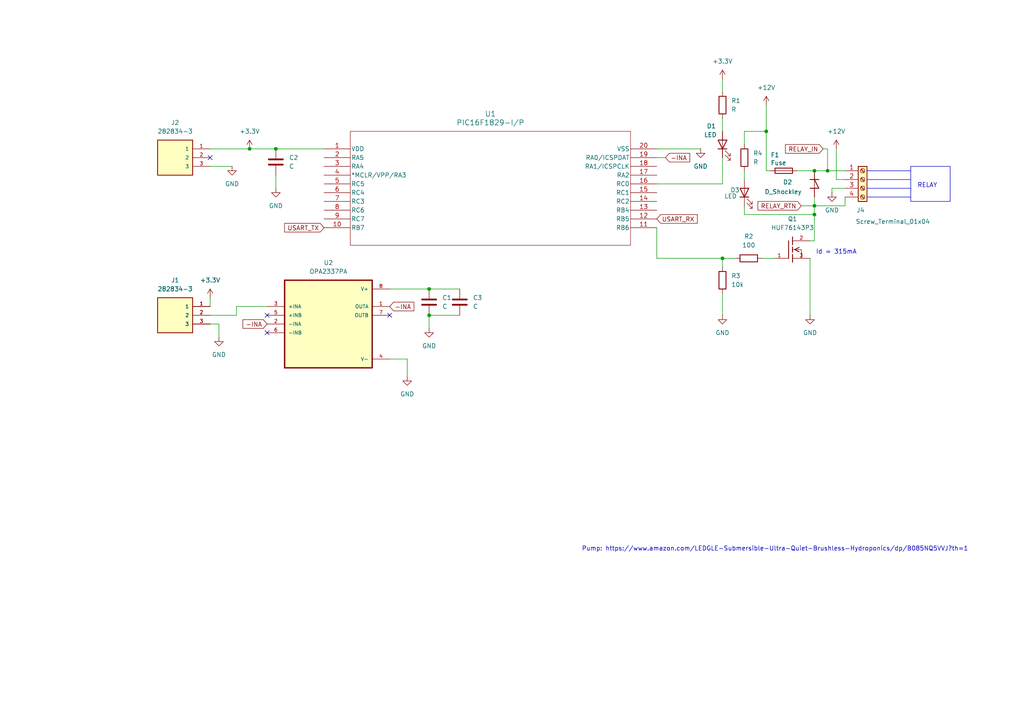
<source format=kicad_sch>
(kicad_sch (version 20250114) (generator "eeschema") (generator_version "9.0")
  (paper "A4")
  (title_block (title "Solo Plant"))
  (lib_symbols
    (symbol "Connector:Screw_Terminal_01x04" (pin_names (offset 1.016) (hide yes))
      (property "Reference" "J" (at 0 5.08 0))
      (property "Value" "Screw_Terminal_01x04" (at 0 -7.62 0))
      (symbol "Screw_Terminal_01x04_1_1"
        (rectangle (start -1.27 3.81) (end 1.27 -6.35) (stroke (width 0.254)) (fill (type background)))
        (polyline (pts (xy -0.5334 2.8702) (xy 0.3302 2.032)) (stroke (width 0.1524)))
        (polyline (pts (xy -0.5334 0.3302) (xy 0.3302 -0.508)) (stroke (width 0.1524)))
        (polyline (pts (xy -0.5334 -2.2098) (xy 0.3302 -3.048)) (stroke (width 0.1524)))
        (polyline (pts (xy -0.5334 -4.7498) (xy 0.3302 -5.588)) (stroke (width 0.1524)))
        (polyline (pts (xy -0.3556 3.048) (xy 0.508 2.2098)) (stroke (width 0.1524)))
        (polyline (pts (xy -0.3556 0.508) (xy 0.508 -0.3302)) (stroke (width 0.1524)))
        (polyline (pts (xy -0.3556 -2.032) (xy 0.508 -2.8702)) (stroke (width 0.1524)))
        (polyline (pts (xy -0.3556 -4.572) (xy 0.508 -5.4102)) (stroke (width 0.1524)))
        (circle (center 0 2.54) (radius 0.635) (stroke (width 0.1524)))
        (circle (center 0 0) (radius 0.635) (stroke (width 0.1524)))
        (circle (center 0 -2.54) (radius 0.635) (stroke (width 0.1524)))
        (circle (center 0 -5.08) (radius 0.635) (stroke (width 0.1524)))
        (pin passive line (at -5.08 2.54 0) (length 3.81) (name "Pin_1") (number "1"))
        (pin passive line (at -5.08 0 0) (length 3.81) (name "Pin_2") (number "2"))
        (pin passive line (at -5.08 -2.54 0) (length 3.81) (name "Pin_3") (number "3"))
        (pin passive line (at -5.08 -5.08 0) (length 3.81) (name "Pin_4") (number "4"))
      )
    )
    (symbol "Device:C" (pin_numbers (hide yes)) (pin_names (offset 0.254))
      (property "Reference" "C" (at 0.635 2.54 0))
      (property "Value" "C" (at 0.635 -2.54 0))
      (symbol "C_0_1"
        (polyline (pts (xy -2.032 0.762) (xy 2.032 0.762)) (stroke (width 0.508)))
        (polyline (pts (xy -2.032 -0.762) (xy 2.032 -0.762)) (stroke (width 0.508)))
      )
      (symbol "C_1_1"
        (pin passive line (at 0 3.81 270) (length 2.794) (name "~") (number "1"))
        (pin passive line (at 0 -3.81 90) (length 2.794) (name "~") (number "2"))
      )
    )
    (symbol "Device:D_Shockley" (pin_numbers (hide yes)) (pin_names (offset 1.016) (hide yes))
      (property "Reference" "D" (at 0 2.54 0))
      (property "Value" "D_Shockley" (at 0 -2.54 0))
      (symbol "D_Shockley_0_1"
        (polyline (pts (xy -1.27 1.27) (xy -1.27 -1.27)) (stroke (width 0.254)))
        (polyline (pts (xy -1.27 0) (xy 1.27 0)))
        (polyline (pts (xy -1.27 0) (xy 1.27 1.27) (xy 1.27 -1.27)) (stroke (width 0.254)))
      )
      (symbol "D_Shockley_1_1"
        (pin passive line (at -3.81 0 0) (length 2.54) (name "K") (number "1"))
        (pin passive line (at 3.81 0 180) (length 2.54) (name "A") (number "2"))
      )
    )
    (symbol "Device:Fuse" (pin_numbers (hide yes)) (pin_names (offset 0))
      (property "Reference" "F" (at 2.032 0 90))
      (property "Value" "Fuse" (at -1.905 0 90))
      (symbol "Fuse_0_1"
        (rectangle (start -0.762 -2.54) (end 0.762 2.54) (stroke (width 0.254)))
        (polyline (pts (xy 0 2.54) (xy 0 -2.54)))
      )
      (symbol "Fuse_1_1"
        (pin passive line (at 0 3.81 270) (length 1.27) (name "~") (number "1"))
        (pin passive line (at 0 -3.81 90) (length 1.27) (name "~") (number "2"))
      )
    )
    (symbol "Device:LED" (pin_numbers (hide yes)) (pin_names (offset 1.016) (hide yes))
      (property "Reference" "D" (at 0 2.54 0))
      (property "Value" "LED" (at 0 -2.54 0))
      (symbol "LED_0_1"
        (polyline (pts (xy -3.048 -0.762) (xy -4.572 -2.286) (xy -3.81 -2.286) (xy -4.572 -2.286) (xy -4.572 -1.524)))
        (polyline (pts (xy -1.778 -0.762) (xy -3.302 -2.286) (xy -2.54 -2.286) (xy -3.302 -2.286) (xy -3.302 -1.524)))
        (polyline (pts (xy -1.27 0) (xy 1.27 0)))
        (polyline (pts (xy -1.27 -1.27) (xy -1.27 1.27)) (stroke (width 0.254)))
        (polyline (pts (xy 1.27 -1.27) (xy 1.27 1.27) (xy -1.27 0) (xy 1.27 -1.27)) (stroke (width 0.254)))
      )
      (symbol "LED_1_1"
        (pin passive line (at -3.81 0 0) (length 2.54) (name "K") (number "1"))
        (pin passive line (at 3.81 0 180) (length 2.54) (name "A") (number "2"))
      )
    )
    (symbol "Device:R" (pin_numbers (hide yes)) (pin_names (offset 0))
      (property "Reference" "R" (at 2.032 0 90))
      (property "Value" "R" (at 0 0 90))
      (symbol "R_0_1"
        (rectangle (start -1.016 -2.54) (end 1.016 2.54) (stroke (width 0.254)))
      )
      (symbol "R_1_1"
        (pin passive line (at 0 3.81 270) (length 1.27) (name "~") (number "1"))
        (pin passive line (at 0 -3.81 90) (length 1.27) (name "~") (number "2"))
      )
    )
    (symbol "HUF76143P3:HUF76143P3" (pin_names (offset 1.016))
      (property "Reference" "Q" (at -12.192 3.81 0))
      (property "Value" "HUF76143P3" (at -14.986 1.016 0))
      (symbol "HUF76143P3_0_0"
        (polyline (pts (xy -2.54 -2.54) (xy -1.2192 -2.54)) (stroke (width 0.1524)))
        (polyline (pts (xy -1.143 2.54) (xy -1.143 -2.54)) (stroke (width 0.254)))
        (polyline (pts (xy 0 3.683) (xy 0 1.397)) (stroke (width 0.254)))
        (polyline (pts (xy 0 0.762) (xy 0 0)) (stroke (width 0.254)))
        (polyline (pts (xy 0 0) (xy 0 -0.762)) (stroke (width 0.254)))
        (polyline (pts (xy 0 0) (xy 0.635 0)) (stroke (width 0.1524)))
        (polyline (pts (xy 0 -1.397) (xy 0 -3.683)) (stroke (width 0.254)))
        (polyline (pts (xy 0.635 0) (xy 2.54 0)) (stroke (width 0.1524)))
        (polyline (pts (xy 1.905 0.635) (xy 0.635 0)) (stroke (width 0.254)))
        (polyline (pts (xy 1.905 -0.635) (xy 0.635 0)) (stroke (width 0.254)))
        (polyline (pts (xy 2.54 0) (xy 2.54 -2.54)) (stroke (width 0.1524)))
        (pin passive line (at -5.08 -2.54 0) (length 2.54) (name "~") (number "1"))
        (pin passive line (at 5.08 2.54 180) (length 5.08) (name "~") (number "2"))
        (pin passive line (at 5.08 -2.54 180) (length 5.08) (name "~") (number "3"))
      )
    )
    (symbol "OPA2337PA:OPA2337PA" (pin_names (offset 1.016))
      (property "Reference" "U" (at -12.7 13.7 0))
      (property "Value" "OPA2337PA" (at -12.7 -16.7 0))
      (symbol "OPA2337PA_0_0"
        (rectangle (start -12.7 -12.7) (end 12.7 12.7) (stroke (width 0.41)) (fill (type background)))
        (pin input line (at -17.78 5.08 0) (length 5.08) (name "+INA") (number "3"))
        (pin input line (at -17.78 2.54 0) (length 5.08) (name "+INB") (number "5"))
        (pin input line (at -17.78 0 0) (length 5.08) (name "-INA") (number "2"))
        (pin input line (at -17.78 -2.54 0) (length 5.08) (name "-INB") (number "6"))
        (pin power_in line (at 17.78 10.16 180) (length 5.08) (name "V+") (number "8"))
        (pin output line (at 17.78 5.08 180) (length 5.08) (name "OUTA") (number "1"))
        (pin output line (at 17.78 2.54 180) (length 5.08) (name "OUTB") (number "7"))
        (pin power_in line (at 17.78 -10.16 180) (length 5.08) (name "V-") (number "4"))
      )
    )
    (symbol "TERM BLK 3P SIDE ENT 2_54MM:282834-3" (pin_names (offset 1.016))
      (property "Reference" "J" (at -7.62 5.842 0))
      (property "Value" "282834-3" (at -7.62 -7.62 0))
      (symbol "282834-3_0_0"
        (rectangle (start -7.62 -5.08) (end 2.54 5.08) (stroke (width 0.254)) (fill (type background)))
        (pin passive line (at 7.62 2.54 180) (length 5.08) (name "1") (number "1"))
        (pin passive line (at 7.62 0 180) (length 5.08) (name "2") (number "2"))
        (pin passive line (at 7.62 -2.54 180) (length 5.08) (name "3") (number "3"))
      )
    )
    (symbol "pic16f1829:PIC16F1829-I_P" (pin_names (offset 0.254))
      (property "Reference" "U" (at 48.26 10.16 0))
      (property "Value" "PIC16F1829-I/P" (at 48.26 7.62 0))
      (symbol "PIC16F1829-I_P_0_1"
        (polyline (pts (xy 7.62 5.08) (xy 7.62 -27.94)) (stroke (width 0.127)))
        (polyline (pts (xy 7.62 -27.94) (xy 88.9 -27.94)) (stroke (width 0.127)))
        (polyline (pts (xy 88.9 5.08) (xy 7.62 5.08)) (stroke (width 0.127)))
        (polyline (pts (xy 88.9 -27.94) (xy 88.9 5.08)) (stroke (width 0.127)))
        (pin power_in line (at 0 0 0) (length 7.62) (name "VDD") (number "1"))
        (pin bidirectional line (at 0 -2.54 0) (length 7.62) (name "RA5") (number "2"))
        (pin bidirectional line (at 0 -5.08 0) (length 7.62) (name "RA4") (number "3"))
        (pin bidirectional line (at 0 -7.62 0) (length 7.62) (name "*MCLR/VPP/RA3") (number "4"))
        (pin bidirectional line (at 0 -10.16 0) (length 7.62) (name "RC5") (number "5"))
        (pin bidirectional line (at 0 -12.7 0) (length 7.62) (name "RC4") (number "6"))
        (pin bidirectional line (at 0 -15.24 0) (length 7.62) (name "RC3") (number "7"))
        (pin bidirectional line (at 0 -17.78 0) (length 7.62) (name "RC6") (number "8"))
        (pin bidirectional line (at 0 -20.32 0) (length 7.62) (name "RC7") (number "9"))
        (pin bidirectional line (at 0 -22.86 0) (length 7.62) (name "RB7") (number "10"))
        (pin power_in line (at 96.52 0 180) (length 7.62) (name "VSS") (number "20"))
        (pin bidirectional line (at 96.52 -2.54 180) (length 7.62) (name "RA0/ICSPDAT") (number "19"))
        (pin bidirectional line (at 96.52 -5.08 180) (length 7.62) (name "RA1/ICSPCLK") (number "18"))
        (pin bidirectional line (at 96.52 -7.62 180) (length 7.62) (name "RA2") (number "17"))
        (pin bidirectional line (at 96.52 -10.16 180) (length 7.62) (name "RC0") (number "16"))
        (pin bidirectional line (at 96.52 -12.7 180) (length 7.62) (name "RC1") (number "15"))
        (pin bidirectional line (at 96.52 -15.24 180) (length 7.62) (name "RC2") (number "14"))
        (pin bidirectional line (at 96.52 -17.78 180) (length 7.62) (name "RB4") (number "13"))
        (pin bidirectional line (at 96.52 -20.32 180) (length 7.62) (name "RB5") (number "12"))
        (pin bidirectional line (at 96.52 -22.86 180) (length 7.62) (name "RB6") (number "11"))
      )
    )
    (symbol "power:+12V" (power) (pin_numbers (hide yes)) (pin_names (offset 0) (hide yes))
      (property "Value" "+12V" (at 0 3.556 0))
      (symbol "+12V_0_1"
        (polyline (pts (xy -0.762 1.27) (xy 0 2.54)))
        (polyline (pts (xy 0 2.54) (xy 0.762 1.27)))
        (polyline (pts (xy 0 0) (xy 0 2.54)))
      )
      (symbol "+12V_1_1"
        (pin power_in line (at 0 0 90) (length 0) (name "~") (number "1"))
      )
    )
    (symbol "power:+3.3V" (power) (pin_numbers (hide yes)) (pin_names (offset 0) (hide yes))
      (property "Value" "+3.3V" (at 0 3.556 0))
      (symbol "+3.3V_0_1"
        (polyline (pts (xy -0.762 1.27) (xy 0 2.54)))
        (polyline (pts (xy 0 2.54) (xy 0.762 1.27)))
        (polyline (pts (xy 0 0) (xy 0 2.54)))
      )
      (symbol "+3.3V_1_1"
        (pin power_in line (at 0 0 90) (length 0) (name "~") (number "1"))
      )
    )
    (symbol "power:GND" (power) (pin_numbers (hide yes)) (pin_names (offset 0) (hide yes))
      (property "Value" "GND" (at 0 -3.81 0))
      (symbol "GND_0_1"
        (polyline (pts (xy 0 0) (xy 0 -1.27) (xy 1.27 -1.27) (xy 0 -2.54) (xy -1.27 -1.27) (xy 0 -1.27)))
      )
      (symbol "GND_1_1"
        (pin power_in line (at 0 0 270) (length 0) (name "~") (number "1"))
      )
    )
  )
  (rectangle (start 264.16 48.26) (end 275.59 58.42))
  (text "RELAY" (at 268.986 53.848 0) (effects (font (size 1.27 1.27))))
  (text "Pump: https://www.amazon.com/LEDGLE-Submersible-Ultra-Quiet-Brushless-Hydroponics/dp/B085NQ5VVJ?th=1" (at 224.79 159.258 0) (effects (font (size 1.27 1.27))))
  (text "Id = 315mA" (at 242.57 73.152 0) (effects (font (size 1.27 1.27))))
  (junction (at 124.46 83.82))
  (junction (at 222.25 38.1))
  (junction (at 80.01 43.18))
  (junction (at 124.46 91.44))
  (junction (at 240.03 49.53))
  (junction (at 236.22 62.23))
  (junction (at 209.55 74.93))
  (junction (at 236.22 49.53))
  (junction (at 72.39 43.18))
  (junction (at 236.22 59.69))
  (no_connect (at 77.47 96.52))
  (no_connect (at 113.03 91.44))
  (no_connect (at 60.96 45.72))
  (no_connect (at 77.47 91.44))
  (wire (pts (xy 118.11 104.14) (xy 113.03 104.14)))
  (wire (pts (xy 209.55 45.72) (xy 209.55 53.34)))
  (polyline (pts (xy 251.46 52.07) (xy 264.16 52.07)))
  (wire (pts (xy 60.96 86.36) (xy 60.96 88.9)))
  (wire (pts (xy 209.55 34.29) (xy 209.55 38.1)))
  (wire (pts (xy 60.96 48.26) (xy 67.31 48.26)))
  (wire (pts (xy 215.9 38.1) (xy 222.25 38.1)))
  (wire (pts (xy 241.3 54.61) (xy 245.11 54.61)))
  (wire (pts (xy 220.98 74.93) (xy 224.79 74.93)))
  (polyline (pts (xy 251.46 49.53) (xy 264.16 49.53)))
  (wire (pts (xy 215.9 62.23) (xy 236.22 62.23)))
  (wire (pts (xy 209.55 26.67) (xy 209.55 22.86)))
  (wire (pts (xy 238.76 43.18) (xy 240.03 43.18)))
  (wire (pts (xy 236.22 69.85) (xy 234.95 69.85)))
  (wire (pts (xy 232.41 59.69) (xy 236.22 59.69)))
  (wire (pts (xy 240.03 43.18) (xy 240.03 49.53)))
  (polyline (pts (xy 251.46 54.61) (xy 264.16 54.61)))
  (wire (pts (xy 209.55 74.93) (xy 213.36 74.93)))
  (wire (pts (xy 60.96 93.98) (xy 63.5 93.98)))
  (wire (pts (xy 124.46 91.44) (xy 124.46 95.25)))
  (wire (pts (xy 215.9 59.69) (xy 215.9 62.23)))
  (polyline (pts (xy 251.46 57.15) (xy 264.16 57.15)))
  (wire (pts (xy 215.9 49.53) (xy 215.9 52.07)))
  (wire (pts (xy 190.5 45.72) (xy 193.04 45.72)))
  (wire (pts (xy 236.22 59.69) (xy 245.11 59.69)))
  (wire (pts (xy 240.03 49.53) (xy 245.11 49.53)))
  (wire (pts (xy 124.46 83.82) (xy 133.35 83.82)))
  (wire (pts (xy 68.58 91.44) (xy 68.58 88.9)))
  (wire (pts (xy 245.11 59.69) (xy 245.11 57.15)))
  (wire (pts (xy 242.57 43.18) (xy 242.57 52.07)))
  (wire (pts (xy 222.25 38.1) (xy 222.25 49.53)))
  (wire (pts (xy 72.39 43.18) (xy 80.01 43.18)))
  (wire (pts (xy 124.46 91.44) (xy 133.35 91.44)))
  (wire (pts (xy 236.22 59.69) (xy 236.22 57.15)))
  (wire (pts (xy 231.14 49.53) (xy 236.22 49.53)))
  (wire (pts (xy 190.5 74.93) (xy 209.55 74.93)))
  (polyline (pts (xy 264.16 54.61) (xy 264.16 55.88)))
  (wire (pts (xy 222.25 49.53) (xy 223.52 49.53)))
  (wire (pts (xy 113.03 83.82) (xy 124.46 83.82)))
  (wire (pts (xy 236.22 69.85) (xy 236.22 62.23)))
  (wire (pts (xy 68.58 88.9) (xy 77.47 88.9)))
  (wire (pts (xy 236.22 49.53) (xy 240.03 49.53)))
  (wire (pts (xy 80.01 43.18) (xy 93.98 43.18)))
  (wire (pts (xy 63.5 93.98) (xy 63.5 97.79)))
  (wire (pts (xy 60.96 43.18) (xy 72.39 43.18)))
  (wire (pts (xy 242.57 52.07) (xy 245.11 52.07)))
  (wire (pts (xy 190.5 53.34) (xy 209.55 53.34)))
  (wire (pts (xy 215.9 41.91) (xy 215.9 38.1)))
  (wire (pts (xy 118.11 109.22) (xy 118.11 104.14)))
  (wire (pts (xy 209.55 77.47) (xy 209.55 74.93)))
  (wire (pts (xy 234.95 74.93) (xy 234.95 91.44)))
  (wire (pts (xy 80.01 50.8) (xy 80.01 54.61)))
  (wire (pts (xy 222.25 30.48) (xy 222.25 38.1)))
  (wire (pts (xy 209.55 85.09) (xy 209.55 91.44)))
  (wire (pts (xy 241.3 55.88) (xy 241.3 54.61)))
  (wire (pts (xy 236.22 62.23) (xy 236.22 59.69)))
  (wire (pts (xy 60.96 91.44) (xy 68.58 91.44)))
  (wire (pts (xy 203.2 43.18) (xy 190.5 43.18)))
  (wire (pts (xy 190.5 66.04) (xy 190.5 74.93)))
  (global_label "-INA" (shape input) (at 77.47 93.98 180) (property "Intersheetrefs" "${INTERSHEET_REFS}" (effects (hide yes))))
  (global_label "USART_TX" (shape input) (at 93.98 66.04 180) (property "Intersheetrefs" "${INTERSHEET_REFS}" (effects (hide yes))))
  (global_label "RELAY_RTN" (shape input) (at 232.41 59.69 180) (property "Intersheetrefs" "${INTERSHEET_REFS}" (effects (hide yes))))
  (global_label "-INA" (shape input) (at 193.04 45.72 0) (property "Intersheetrefs" "${INTERSHEET_REFS}" (effects (hide yes))))
  (global_label "-INA" (shape input) (at 113.03 88.9 0) (property "Intersheetrefs" "${INTERSHEET_REFS}" (effects (hide yes))))
  (global_label "USART_RX" (shape input) (at 190.5 63.5 0) (property "Intersheetrefs" "${INTERSHEET_REFS}" (effects (hide yes))))
  (global_label "RELAY_IN" (shape input) (at 238.76 43.18 180) (property "Intersheetrefs" "${INTERSHEET_REFS}" (effects (hide yes))))
  (symbol (lib_id "power:GND") (at 234.95 91.44 0) (unit 1)
    (property "Reference" "#PWR011" (effects (hide yes)))
    (property "Value" "GND" (at 234.95 96.52 0))
    (property "Description" "Power symbol creates a global label with name \"GND\" , ground" (effects (hide yes)))
  )
  (symbol (lib_id "Device:C") (at 133.35 87.63 0) (unit 1)
    (property "Reference" "C3" (at 137.16 86.3599 0) (effects (justify left)))
    (property "Value" "C" (at 137.16 88.8999 0) (effects (justify left)))
    (property "Description" "Unpolarized capacitor" (effects (hide yes)))
  )
  (symbol (lib_id "power:GND") (at 67.31 48.26 0) (unit 1)
    (property "Reference" "#PWR05" (effects (hide yes)))
    (property "Value" "GND" (at 67.31 53.34 0))
    (property "Description" "Power symbol creates a global label with name \"GND\" , ground" (effects (hide yes)))
  )
  (symbol (lib_id "Connector:Screw_Terminal_01x04") (at 250.19 52.07 0) (unit 1)
    (property "Reference" "J4" (at 248.412 60.96 0) (effects (justify left)))
    (property "Value" "Screw_Terminal_01x04" (at 248.158 64.262 0) (effects (justify left)))
    (property "Description" "Generic screw terminal, single row, 01x04, script generated (kicad-library-utils/schlib/autogen/connector/)" (effects (hide yes)))
  )
  (symbol (lib_id "Device:R") (at 209.55 30.48 0) (unit 1)
    (property "Reference" "R1" (at 212.09 29.2099 0) (effects (justify left)))
    (property "Value" "R" (at 212.09 31.7499 0) (effects (justify left)))
    (property "Description" "Resistor" (effects (hide yes)))
  )
  (symbol (lib_id "HUF76143P3:HUF76143P3") (at 229.87 72.39 0) (unit 1)
    (property "Reference" "Q1" (at 229.87 63.5 0))
    (property "Value" "HUF76143P3" (at 229.87 66.04 0))
    (property "Footprint" "HUF76143P3:HUF76143P3" (effects (hide yes)))
    (property "Description_1" "MOSFET TO-220-3 N-CH 30V 75A" (effects (hide yes)))
    (property "MP" "HUF76143P3" (effects (hide yes)))
  )
  (symbol (lib_id "power:GND") (at 241.3 55.88 0) (unit 1)
    (property "Reference" "#PWR013" (effects (hide yes)))
    (property "Value" "GND" (at 241.3 60.96 0))
    (property "Description" "Power symbol creates a global label with name \"GND\" , ground" (effects (hide yes)))
  )
  (symbol (lib_id "power:GND") (at 80.01 54.61 0) (unit 1)
    (property "Reference" "#PWR04" (effects (hide yes)))
    (property "Value" "GND" (at 80.01 59.69 0))
    (property "Description" "Power symbol creates a global label with name \"GND\" , ground" (effects (hide yes)))
  )
  (symbol (lib_id "power:GND") (at 63.5 97.79 0) (unit 1)
    (property "Reference" "#PWR06" (effects (hide yes)))
    (property "Value" "GND" (at 63.5 102.87 0))
    (property "Description" "Power symbol creates a global label with name \"GND\" , ground" (effects (hide yes)))
  )
  (symbol (lib_id "power:GND") (at 209.55 91.44 0) (unit 1)
    (property "Reference" "#PWR010" (effects (hide yes)))
    (property "Value" "GND" (at 209.55 96.52 0))
    (property "Description" "Power symbol creates a global label with name \"GND\" , ground" (effects (hide yes)))
  )
  (symbol (lib_id "pic16f1829:PIC16F1829-I_P") (at 93.98 43.18 0) (unit 1)
    (property "Reference" "U1" (at 142.24 33.02 0) (effects (font (size 1.524 1.524))))
    (property "Value" "PIC16F1829-I/P" (at 142.24 35.56 0) (effects (font (size 1.524 1.524))))
    (property "Footprint" "footprints:MCU_pic16f1829" (effects (hide yes)))
    (property "Datasheet" "PIC16F1829-I/P" (effects (hide yes)))
  )
  (symbol (lib_id "Device:C") (at 80.01 46.99 0) (unit 1)
    (property "Reference" "C2" (at 83.82 45.7199 0) (effects (justify left)))
    (property "Value" "C" (at 83.82 48.2599 0) (effects (justify left)))
    (property "Description" "Unpolarized capacitor" (effects (hide yes)))
  )
  (symbol (lib_id "power:+12V") (at 242.57 43.18 0) (unit 1)
    (property "Reference" "#PWR014" (effects (hide yes)))
    (property "Value" "+12V" (at 242.57 38.1 0))
    (property "Description" "Power symbol creates a global label with name \"+12V\"" (effects (hide yes)))
  )
  (symbol (lib_id "OPA2337PA:OPA2337PA") (at 95.25 93.98 0) (unit 1)
    (property "Reference" "U2" (at 95.25 76.2 0))
    (property "Value" "OPA2337PA" (at 95.25 78.74 0))
    (property "Footprint" "OPA2337PA:DIP794W45P254L959H508Q8" (effects (hide yes)))
  )
  (symbol (lib_id "power:+12V") (at 222.25 30.48 0) (unit 1)
    (property "Reference" "#PWR012" (effects (hide yes)))
    (property "Value" "+12V" (at 222.25 25.4 0))
    (property "Description" "Power symbol creates a global label with name \"+12V\"" (effects (hide yes)))
  )
  (symbol (lib_id "TERM BLK 3P SIDE ENT 2_54MM:282834-3") (at 53.34 91.44 0) (unit 1)
    (property "Reference" "J1" (at 50.8 81.28 0))
    (property "Value" "282834-3" (at 50.8 83.82 0))
    (property "Footprint" "282834-3:TE_282834-3" (effects (hide yes)))
    (property "PARTREV" "D" (effects (hide yes)))
    (property "STANDARD" "Manufacturer Recommendations" (effects (hide yes)))
    (property "SNAPEDA_PN" "282834-3" (effects (hide yes)))
    (property "MAXIMUM_PACKAGE_HEIGHT" "10 mm" (effects (hide yes)))
    (property "MANUFACTURER" "TE Connectivity" (effects (hide yes)))
  )
  (symbol (lib_id "power:GND") (at 118.11 109.22 0) (unit 1)
    (property "Reference" "#PWR02" (effects (hide yes)))
    (property "Value" "GND" (at 118.11 114.3 0))
    (property "Description" "Power symbol creates a global label with name \"GND\" , ground" (effects (hide yes)))
  )
  (symbol (lib_id "power:+3.3V") (at 72.39 43.18 0) (unit 1)
    (property "Reference" "#PWR07" (effects (hide yes)))
    (property "Value" "+3.3V" (at 72.39 38.1 0))
    (property "Description" "Power symbol creates a global label with name \"+3.3V\"" (effects (hide yes)))
  )
  (symbol (lib_id "Device:R") (at 215.9 45.72 0) (unit 1)
    (property "Reference" "R4" (at 218.44 44.4499 0) (effects (justify left)))
    (property "Value" "R" (at 218.44 46.9899 0) (effects (justify left)))
    (property "Description" "Resistor" (effects (hide yes)))
  )
  (symbol (lib_id "TERM BLK 3P SIDE ENT 2_54MM:282834-3") (at 53.34 45.72 0) (unit 1)
    (property "Reference" "J2" (at 50.8 35.56 0))
    (property "Value" "282834-3" (at 50.8 38.1 0))
    (property "Footprint" "282834-3:TE_282834-3" (effects (hide yes)))
    (property "PARTREV" "D" (effects (hide yes)))
    (property "STANDARD" "Manufacturer Recommendations" (effects (hide yes)))
    (property "SNAPEDA_PN" "282834-3" (effects (hide yes)))
    (property "MAXIMUM_PACKAGE_HEIGHT" "10 mm" (effects (hide yes)))
    (property "MANUFACTURER" "TE Connectivity" (effects (hide yes)))
  )
  (symbol (lib_id "Device:Fuse") (at 227.33 49.53 90) (unit 1)
    (property "Reference" "F1" (at 224.79 44.958 90))
    (property "Value" "Fuse" (at 225.806 47.244 90))
    (property "Description" "Fuse" (effects (hide yes)))
  )
  (symbol (lib_id "Device:D_Shockley") (at 236.22 53.34 270) (unit 1)
    (property "Reference" "D2" (at 227.076 52.832 90) (effects (justify left)))
    (property "Value" "D_Shockley" (at 221.742 55.626 90) (effects (justify left)))
    (property "Description" "Shockley (PNPN) diode" (effects (hide yes)))
  )
  (symbol (lib_id "power:+3.3V") (at 209.55 22.86 0) (unit 1)
    (property "Reference" "#PWR09" (effects (hide yes)))
    (property "Value" "+3.3V" (at 209.55 17.78 0))
    (property "Description" "Power symbol creates a global label with name \"+3.3V\"" (effects (hide yes)))
  )
  (symbol (lib_id "Device:LED") (at 209.55 41.91 90) (unit 1)
    (property "Reference" "D1" (at 204.978 36.576 90) (effects (justify right)))
    (property "Value" "LED" (at 204.216 39.116 90) (effects (justify right)))
    (property "Description" "Light emitting diode" (effects (hide yes)))
  )
  (symbol (lib_id "Device:R") (at 217.17 74.93 90) (unit 1)
    (property "Reference" "R2" (at 217.17 68.58 90))
    (property "Value" "100" (at 217.17 71.12 90))
    (property "Description" "Resistor" (effects (hide yes)))
  )
  (symbol (lib_id "Device:C") (at 124.46 87.63 0) (unit 1)
    (property "Reference" "C1" (at 128.27 86.3599 0) (effects (justify left)))
    (property "Value" "C" (at 128.27 88.8999 0) (effects (justify left)))
    (property "Description" "Unpolarized capacitor" (effects (hide yes)))
  )
  (symbol (lib_id "Device:R") (at 209.55 81.28 0) (unit 1)
    (property "Reference" "R3" (at 212.09 80.0099 0) (effects (justify left)))
    (property "Value" "10k" (at 212.09 82.5499 0) (effects (justify left)))
    (property "Description" "Resistor" (effects (hide yes)))
  )
  (symbol (lib_id "Device:LED") (at 215.9 55.88 90) (unit 1)
    (property "Reference" "D3" (at 211.836 55.118 90) (effects (justify right)))
    (property "Value" "LED" (at 210.058 56.896 90) (effects (justify right)))
    (property "Description" "Light emitting diode" (effects (hide yes)))
  )
  (symbol (lib_id "power:GND") (at 124.46 95.25 0) (unit 1)
    (property "Reference" "#PWR03" (effects (hide yes)))
    (property "Value" "GND" (at 124.46 100.33 0))
    (property "Description" "Power symbol creates a global label with name \"GND\" , ground" (effects (hide yes)))
  )
  (symbol (lib_id "power:GND") (at 203.2 43.18 0) (unit 1)
    (property "Reference" "#PWR01" (effects (hide yes)))
    (property "Value" "GND" (at 203.2 48.26 0))
    (property "Description" "Power symbol creates a global label with name \"GND\" , ground" (effects (hide yes)))
  )
  (symbol (lib_id "power:+3.3V") (at 60.96 86.36 0) (unit 1)
    (property "Reference" "#PWR08" (effects (hide yes)))
    (property "Value" "+3.3V" (at 60.96 81.28 0))
    (property "Description" "Power symbol creates a global label with name \"+3.3V\"" (effects (hide yes)))
  )
)
</source>
